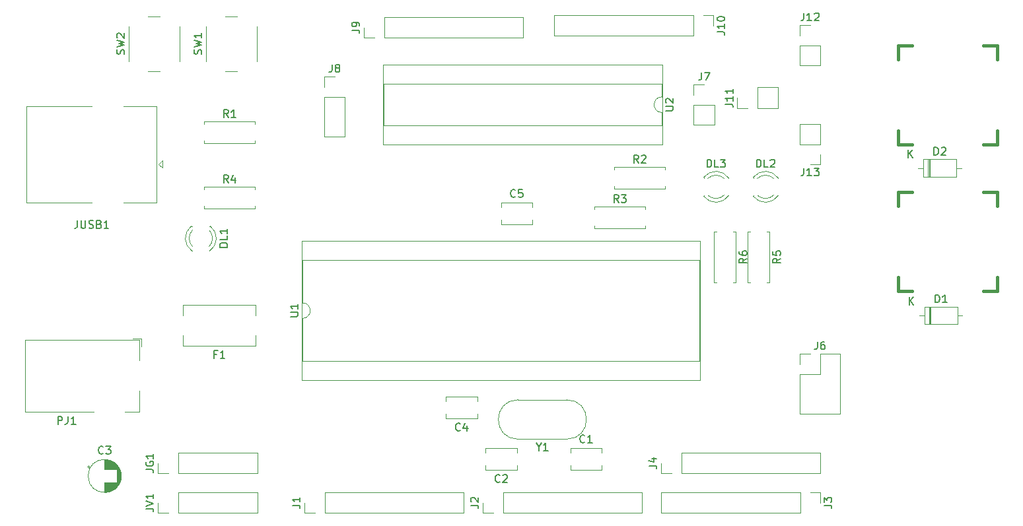
<source format=gbr>
G04 #@! TF.GenerationSoftware,KiCad,Pcbnew,(5.1.4)-1*
G04 #@! TF.CreationDate,2020-01-27T23:12:38+01:00*
G04 #@! TF.ProjectId,hw-tester,68772d74-6573-4746-9572-2e6b69636164,0.1*
G04 #@! TF.SameCoordinates,Original*
G04 #@! TF.FileFunction,Legend,Top*
G04 #@! TF.FilePolarity,Positive*
%FSLAX46Y46*%
G04 Gerber Fmt 4.6, Leading zero omitted, Abs format (unit mm)*
G04 Created by KiCad (PCBNEW (5.1.4)-1) date 2020-01-27 23:12:38*
%MOMM*%
%LPD*%
G04 APERTURE LIST*
%ADD10C,0.120000*%
%ADD11C,0.381000*%
%ADD12C,0.150000*%
G04 APERTURE END LIST*
D10*
X167536000Y-124729000D02*
G75*
G03X167536000Y-129779000I0J-2525000D01*
G01*
X173786000Y-124729000D02*
G75*
G02X173786000Y-129779000I0J-2525000D01*
G01*
X173786000Y-124729000D02*
X167536000Y-124729000D01*
X173786000Y-129779000D02*
X167536000Y-129779000D01*
X186048000Y-92008000D02*
X186048000Y-81728000D01*
X150248000Y-92008000D02*
X186048000Y-92008000D01*
X150248000Y-81728000D02*
X150248000Y-92008000D01*
X186048000Y-81728000D02*
X150248000Y-81728000D01*
X185988000Y-89518000D02*
X185988000Y-87868000D01*
X150308000Y-89518000D02*
X185988000Y-89518000D01*
X150308000Y-84218000D02*
X150308000Y-89518000D01*
X185988000Y-84218000D02*
X150308000Y-84218000D01*
X185988000Y-85868000D02*
X185988000Y-84218000D01*
X185988000Y-87868000D02*
G75*
G02X185988000Y-85868000I0J1000000D01*
G01*
X139834000Y-104334000D02*
X139834000Y-122234000D01*
X190874000Y-104334000D02*
X139834000Y-104334000D01*
X190874000Y-122234000D02*
X190874000Y-104334000D01*
X139834000Y-122234000D02*
X190874000Y-122234000D01*
X139894000Y-106824000D02*
X139894000Y-112284000D01*
X190814000Y-106824000D02*
X139894000Y-106824000D01*
X190814000Y-119744000D02*
X190814000Y-106824000D01*
X139894000Y-119744000D02*
X190814000Y-119744000D01*
X139894000Y-114284000D02*
X139894000Y-119744000D01*
X139894000Y-112284000D02*
G75*
G02X139894000Y-114284000I0J-1000000D01*
G01*
X121618000Y-75546000D02*
X120118000Y-75546000D01*
X117618000Y-76796000D02*
X117618000Y-81296000D01*
X120118000Y-82546000D02*
X121618000Y-82546000D01*
X124118000Y-81296000D02*
X124118000Y-76796000D01*
X131524000Y-75546000D02*
X130024000Y-75546000D01*
X127524000Y-76796000D02*
X127524000Y-81296000D01*
X130024000Y-82546000D02*
X131524000Y-82546000D01*
X134024000Y-81296000D02*
X134024000Y-76796000D01*
X192686000Y-109696000D02*
X193016000Y-109696000D01*
X192686000Y-103156000D02*
X192686000Y-109696000D01*
X193016000Y-103156000D02*
X192686000Y-103156000D01*
X195426000Y-109696000D02*
X195096000Y-109696000D01*
X195426000Y-103156000D02*
X195426000Y-109696000D01*
X195096000Y-103156000D02*
X195426000Y-103156000D01*
X197004000Y-109696000D02*
X197334000Y-109696000D01*
X197004000Y-103156000D02*
X197004000Y-109696000D01*
X197334000Y-103156000D02*
X197004000Y-103156000D01*
X199744000Y-109696000D02*
X199414000Y-109696000D01*
X199744000Y-103156000D02*
X199744000Y-109696000D01*
X199414000Y-103156000D02*
X199744000Y-103156000D01*
X133826000Y-100176000D02*
X133826000Y-99846000D01*
X127286000Y-100176000D02*
X133826000Y-100176000D01*
X127286000Y-99846000D02*
X127286000Y-100176000D01*
X133826000Y-97436000D02*
X133826000Y-97766000D01*
X127286000Y-97436000D02*
X133826000Y-97436000D01*
X127286000Y-97766000D02*
X127286000Y-97436000D01*
X183864000Y-102716000D02*
X183864000Y-102386000D01*
X177324000Y-102716000D02*
X183864000Y-102716000D01*
X177324000Y-102386000D02*
X177324000Y-102716000D01*
X183864000Y-99976000D02*
X183864000Y-100306000D01*
X177324000Y-99976000D02*
X183864000Y-99976000D01*
X177324000Y-100306000D02*
X177324000Y-99976000D01*
X186404000Y-97636000D02*
X186404000Y-97306000D01*
X179864000Y-97636000D02*
X186404000Y-97636000D01*
X179864000Y-97306000D02*
X179864000Y-97636000D01*
X186404000Y-94896000D02*
X186404000Y-95226000D01*
X179864000Y-94896000D02*
X186404000Y-94896000D01*
X179864000Y-95226000D02*
X179864000Y-94896000D01*
X133826000Y-91794000D02*
X133826000Y-91464000D01*
X127286000Y-91794000D02*
X133826000Y-91794000D01*
X127286000Y-91464000D02*
X127286000Y-91794000D01*
X133826000Y-89054000D02*
X133826000Y-89384000D01*
X127286000Y-89054000D02*
X133826000Y-89054000D01*
X127286000Y-89384000D02*
X127286000Y-89054000D01*
X119010000Y-117066000D02*
X119010000Y-119666000D01*
X104310000Y-117066000D02*
X119010000Y-117066000D01*
X119010000Y-126266000D02*
X117110000Y-126266000D01*
X119010000Y-123566000D02*
X119010000Y-126266000D01*
X104310000Y-126266000D02*
X104310000Y-117066000D01*
X113110000Y-126266000D02*
X104310000Y-126266000D01*
X118160000Y-116866000D02*
X119210000Y-116866000D01*
X119210000Y-117916000D02*
X119210000Y-116866000D01*
D11*
X227203000Y-79248000D02*
X228981000Y-79248000D01*
X216281000Y-79248000D02*
X218059000Y-79248000D01*
X216281000Y-81026000D02*
X216281000Y-79248000D01*
X216281000Y-91948000D02*
X216281000Y-90170000D01*
X218059000Y-91948000D02*
X216281000Y-91948000D01*
X228981000Y-91948000D02*
X227203000Y-91948000D01*
X228981000Y-90170000D02*
X228981000Y-91948000D01*
X228981000Y-79248000D02*
X228981000Y-81026000D01*
X227203000Y-98044000D02*
X228981000Y-98044000D01*
X216281000Y-98044000D02*
X218059000Y-98044000D01*
X216281000Y-99822000D02*
X216281000Y-98044000D01*
X216281000Y-110744000D02*
X216281000Y-108966000D01*
X218059000Y-110744000D02*
X216281000Y-110744000D01*
X228981000Y-110744000D02*
X227203000Y-110744000D01*
X228981000Y-108966000D02*
X228981000Y-110744000D01*
X228981000Y-98044000D02*
X228981000Y-99822000D01*
D10*
X121352000Y-139252000D02*
X121352000Y-137922000D01*
X122682000Y-139252000D02*
X121352000Y-139252000D01*
X123952000Y-139252000D02*
X123952000Y-136592000D01*
X123952000Y-136592000D02*
X134172000Y-136592000D01*
X123952000Y-139252000D02*
X134172000Y-139252000D01*
X134172000Y-139252000D02*
X134172000Y-136592000D01*
X121954000Y-93988000D02*
X121454000Y-94488000D01*
X121954000Y-94988000D02*
X121954000Y-93988000D01*
X121454000Y-94488000D02*
X121954000Y-94988000D01*
X104514000Y-87078000D02*
X112874000Y-87078000D01*
X104514000Y-99398000D02*
X104514000Y-87078000D01*
X112874000Y-99398000D02*
X104514000Y-99398000D01*
X121234000Y-87078000D02*
X116974000Y-87078000D01*
X121234000Y-99398000D02*
X121234000Y-87078000D01*
X116974000Y-99398000D02*
X121234000Y-99398000D01*
X121352000Y-134172000D02*
X121352000Y-132842000D01*
X122682000Y-134172000D02*
X121352000Y-134172000D01*
X123952000Y-134172000D02*
X123952000Y-131512000D01*
X123952000Y-131512000D02*
X134172000Y-131512000D01*
X123952000Y-134172000D02*
X134172000Y-134172000D01*
X134172000Y-134172000D02*
X134172000Y-131512000D01*
X206308000Y-94548000D02*
X204978000Y-94548000D01*
X206308000Y-93218000D02*
X206308000Y-94548000D01*
X206308000Y-91948000D02*
X203648000Y-91948000D01*
X203648000Y-91948000D02*
X203648000Y-89348000D01*
X206308000Y-91948000D02*
X206308000Y-89348000D01*
X206308000Y-89348000D02*
X203648000Y-89348000D01*
X203648000Y-76648000D02*
X204978000Y-76648000D01*
X203648000Y-77978000D02*
X203648000Y-76648000D01*
X203648000Y-79248000D02*
X206308000Y-79248000D01*
X206308000Y-79248000D02*
X206308000Y-81848000D01*
X203648000Y-79248000D02*
X203648000Y-81848000D01*
X203648000Y-81848000D02*
X206308000Y-81848000D01*
X195647000Y-87309000D02*
X195647000Y-85979000D01*
X196977000Y-87309000D02*
X195647000Y-87309000D01*
X198247000Y-87309000D02*
X198247000Y-84649000D01*
X198247000Y-84649000D02*
X200847000Y-84649000D01*
X198247000Y-87309000D02*
X200847000Y-87309000D01*
X200847000Y-87309000D02*
X200847000Y-84649000D01*
X192592000Y-75378000D02*
X192592000Y-76708000D01*
X191262000Y-75378000D02*
X192592000Y-75378000D01*
X189992000Y-75378000D02*
X189992000Y-78038000D01*
X189992000Y-78038000D02*
X172152000Y-78038000D01*
X189992000Y-75378000D02*
X172152000Y-75378000D01*
X172152000Y-75378000D02*
X172152000Y-78038000D01*
X147768000Y-78292000D02*
X147768000Y-76962000D01*
X149098000Y-78292000D02*
X147768000Y-78292000D01*
X150368000Y-78292000D02*
X150368000Y-75632000D01*
X150368000Y-75632000D02*
X168208000Y-75632000D01*
X150368000Y-78292000D02*
X168208000Y-78292000D01*
X168208000Y-78292000D02*
X168208000Y-75632000D01*
X142688000Y-83252000D02*
X144018000Y-83252000D01*
X142688000Y-84582000D02*
X142688000Y-83252000D01*
X142688000Y-85852000D02*
X145348000Y-85852000D01*
X145348000Y-85852000D02*
X145348000Y-90992000D01*
X142688000Y-85852000D02*
X142688000Y-90992000D01*
X142688000Y-90992000D02*
X145348000Y-90992000D01*
X190059000Y-84268000D02*
X191389000Y-84268000D01*
X190059000Y-85598000D02*
X190059000Y-84268000D01*
X190059000Y-86868000D02*
X192719000Y-86868000D01*
X192719000Y-86868000D02*
X192719000Y-89468000D01*
X190059000Y-86868000D02*
X190059000Y-89468000D01*
X190059000Y-89468000D02*
X192719000Y-89468000D01*
X203648000Y-118812000D02*
X204978000Y-118812000D01*
X203648000Y-120142000D02*
X203648000Y-118812000D01*
X206248000Y-118812000D02*
X208848000Y-118812000D01*
X206248000Y-121412000D02*
X206248000Y-118812000D01*
X203648000Y-121412000D02*
X206248000Y-121412000D01*
X208848000Y-118812000D02*
X208848000Y-126552000D01*
X203648000Y-121412000D02*
X203648000Y-126552000D01*
X203648000Y-126552000D02*
X208848000Y-126552000D01*
X185868000Y-134172000D02*
X185868000Y-132842000D01*
X187198000Y-134172000D02*
X185868000Y-134172000D01*
X188468000Y-134172000D02*
X188468000Y-131512000D01*
X188468000Y-131512000D02*
X206308000Y-131512000D01*
X188468000Y-134172000D02*
X206308000Y-134172000D01*
X206308000Y-134172000D02*
X206308000Y-131512000D01*
X206308000Y-136592000D02*
X206308000Y-137922000D01*
X204978000Y-136592000D02*
X206308000Y-136592000D01*
X203708000Y-136592000D02*
X203708000Y-139252000D01*
X203708000Y-139252000D02*
X185868000Y-139252000D01*
X203708000Y-136592000D02*
X185868000Y-136592000D01*
X185868000Y-136592000D02*
X185868000Y-139252000D01*
X163008000Y-139252000D02*
X163008000Y-137922000D01*
X164338000Y-139252000D02*
X163008000Y-139252000D01*
X165608000Y-139252000D02*
X165608000Y-136592000D01*
X165608000Y-136592000D02*
X183448000Y-136592000D01*
X165608000Y-139252000D02*
X183448000Y-139252000D01*
X183448000Y-139252000D02*
X183448000Y-136592000D01*
X140148000Y-139252000D02*
X140148000Y-137922000D01*
X141478000Y-139252000D02*
X140148000Y-139252000D01*
X142748000Y-139252000D02*
X142748000Y-136592000D01*
X142748000Y-136592000D02*
X160588000Y-136592000D01*
X142748000Y-139252000D02*
X160588000Y-139252000D01*
X160588000Y-139252000D02*
X160588000Y-136592000D01*
X124619000Y-113933000D02*
X124619000Y-112569000D01*
X124619000Y-117809000D02*
X124619000Y-116445000D01*
X133859000Y-113933000D02*
X133859000Y-112569000D01*
X133859000Y-117809000D02*
X133859000Y-116445000D01*
X133859000Y-112569000D02*
X124619000Y-112569000D01*
X133859000Y-117809000D02*
X124619000Y-117809000D01*
X191353000Y-98489000D02*
X191353000Y-98645000D01*
X191353000Y-96173000D02*
X191353000Y-96329000D01*
X193954130Y-98488837D02*
G75*
G02X191872039Y-98489000I-1041130J1079837D01*
G01*
X193954130Y-96329163D02*
G75*
G03X191872039Y-96329000I-1041130J-1079837D01*
G01*
X194585335Y-98487608D02*
G75*
G02X191353000Y-98644516I-1672335J1078608D01*
G01*
X194585335Y-96330392D02*
G75*
G03X191353000Y-96173484I-1672335J-1078608D01*
G01*
X197703000Y-98489000D02*
X197703000Y-98645000D01*
X197703000Y-96173000D02*
X197703000Y-96329000D01*
X200304130Y-98488837D02*
G75*
G02X198222039Y-98489000I-1041130J1079837D01*
G01*
X200304130Y-96329163D02*
G75*
G03X198222039Y-96329000I-1041130J-1079837D01*
G01*
X200935335Y-98487608D02*
G75*
G02X197703000Y-98644516I-1672335J1078608D01*
G01*
X200935335Y-96330392D02*
G75*
G03X197703000Y-96173484I-1672335J-1078608D01*
G01*
X125793000Y-102453000D02*
X125637000Y-102453000D01*
X128109000Y-102453000D02*
X127953000Y-102453000D01*
X125793163Y-105054130D02*
G75*
G02X125793000Y-102972039I1079837J1041130D01*
G01*
X127952837Y-105054130D02*
G75*
G03X127953000Y-102972039I-1079837J1041130D01*
G01*
X125794392Y-105685335D02*
G75*
G02X125637484Y-102453000I1078608J1672335D01*
G01*
X127951608Y-105685335D02*
G75*
G03X128108516Y-102453000I-1078608J1672335D01*
G01*
X220095000Y-93876000D02*
X220095000Y-96116000D01*
X220335000Y-93876000D02*
X220335000Y-96116000D01*
X220215000Y-93876000D02*
X220215000Y-96116000D01*
X224385000Y-94996000D02*
X223735000Y-94996000D01*
X218845000Y-94996000D02*
X219495000Y-94996000D01*
X223735000Y-93876000D02*
X219495000Y-93876000D01*
X223735000Y-96116000D02*
X223735000Y-93876000D01*
X219495000Y-96116000D02*
X223735000Y-96116000D01*
X219495000Y-93876000D02*
X219495000Y-96116000D01*
X220222000Y-112799000D02*
X220222000Y-115039000D01*
X220462000Y-112799000D02*
X220462000Y-115039000D01*
X220342000Y-112799000D02*
X220342000Y-115039000D01*
X224512000Y-113919000D02*
X223862000Y-113919000D01*
X218972000Y-113919000D02*
X219622000Y-113919000D01*
X223862000Y-112799000D02*
X219622000Y-112799000D01*
X223862000Y-115039000D02*
X223862000Y-112799000D01*
X219622000Y-115039000D02*
X223862000Y-115039000D01*
X219622000Y-112799000D02*
X219622000Y-115039000D01*
X169386000Y-101633000D02*
X169386000Y-102258000D01*
X169386000Y-99418000D02*
X169386000Y-100043000D01*
X165346000Y-101633000D02*
X165346000Y-102258000D01*
X165346000Y-99418000D02*
X165346000Y-100043000D01*
X165346000Y-102258000D02*
X169386000Y-102258000D01*
X165346000Y-99418000D02*
X169386000Y-99418000D01*
X158274000Y-124935000D02*
X158274000Y-124310000D01*
X158274000Y-127150000D02*
X158274000Y-126525000D01*
X162314000Y-124935000D02*
X162314000Y-124310000D01*
X162314000Y-127150000D02*
X162314000Y-126525000D01*
X162314000Y-124310000D02*
X158274000Y-124310000D01*
X162314000Y-127150000D02*
X158274000Y-127150000D01*
X112472199Y-133098000D02*
X112472199Y-133498000D01*
X112272199Y-133298000D02*
X112672199Y-133298000D01*
X116623000Y-134123000D02*
X116623000Y-134863000D01*
X116583000Y-133956000D02*
X116583000Y-135030000D01*
X116543000Y-133829000D02*
X116543000Y-135157000D01*
X116503000Y-133725000D02*
X116503000Y-135261000D01*
X116463000Y-133634000D02*
X116463000Y-135352000D01*
X116423000Y-133553000D02*
X116423000Y-135433000D01*
X116383000Y-133480000D02*
X116383000Y-135506000D01*
X116343000Y-133413000D02*
X116343000Y-135573000D01*
X116303000Y-133351000D02*
X116303000Y-135635000D01*
X116263000Y-133293000D02*
X116263000Y-135693000D01*
X116223000Y-133239000D02*
X116223000Y-135747000D01*
X116183000Y-133189000D02*
X116183000Y-135797000D01*
X116143000Y-133142000D02*
X116143000Y-135844000D01*
X116103000Y-135333000D02*
X116103000Y-135889000D01*
X116103000Y-133097000D02*
X116103000Y-133653000D01*
X116063000Y-135333000D02*
X116063000Y-135931000D01*
X116063000Y-133055000D02*
X116063000Y-133653000D01*
X116023000Y-135333000D02*
X116023000Y-135971000D01*
X116023000Y-133015000D02*
X116023000Y-133653000D01*
X115983000Y-135333000D02*
X115983000Y-136009000D01*
X115983000Y-132977000D02*
X115983000Y-133653000D01*
X115943000Y-135333000D02*
X115943000Y-136045000D01*
X115943000Y-132941000D02*
X115943000Y-133653000D01*
X115903000Y-135333000D02*
X115903000Y-136080000D01*
X115903000Y-132906000D02*
X115903000Y-133653000D01*
X115863000Y-135333000D02*
X115863000Y-136112000D01*
X115863000Y-132874000D02*
X115863000Y-133653000D01*
X115823000Y-135333000D02*
X115823000Y-136143000D01*
X115823000Y-132843000D02*
X115823000Y-133653000D01*
X115783000Y-135333000D02*
X115783000Y-136173000D01*
X115783000Y-132813000D02*
X115783000Y-133653000D01*
X115743000Y-135333000D02*
X115743000Y-136201000D01*
X115743000Y-132785000D02*
X115743000Y-133653000D01*
X115703000Y-135333000D02*
X115703000Y-136228000D01*
X115703000Y-132758000D02*
X115703000Y-133653000D01*
X115663000Y-135333000D02*
X115663000Y-136253000D01*
X115663000Y-132733000D02*
X115663000Y-133653000D01*
X115623000Y-135333000D02*
X115623000Y-136278000D01*
X115623000Y-132708000D02*
X115623000Y-133653000D01*
X115583000Y-135333000D02*
X115583000Y-136301000D01*
X115583000Y-132685000D02*
X115583000Y-133653000D01*
X115543000Y-135333000D02*
X115543000Y-136323000D01*
X115543000Y-132663000D02*
X115543000Y-133653000D01*
X115503000Y-135333000D02*
X115503000Y-136344000D01*
X115503000Y-132642000D02*
X115503000Y-133653000D01*
X115463000Y-135333000D02*
X115463000Y-136363000D01*
X115463000Y-132623000D02*
X115463000Y-133653000D01*
X115423000Y-135333000D02*
X115423000Y-136382000D01*
X115423000Y-132604000D02*
X115423000Y-133653000D01*
X115383000Y-135333000D02*
X115383000Y-136400000D01*
X115383000Y-132586000D02*
X115383000Y-133653000D01*
X115343000Y-135333000D02*
X115343000Y-136417000D01*
X115343000Y-132569000D02*
X115343000Y-133653000D01*
X115303000Y-135333000D02*
X115303000Y-136433000D01*
X115303000Y-132553000D02*
X115303000Y-133653000D01*
X115263000Y-135333000D02*
X115263000Y-136447000D01*
X115263000Y-132539000D02*
X115263000Y-133653000D01*
X115222000Y-135333000D02*
X115222000Y-136461000D01*
X115222000Y-132525000D02*
X115222000Y-133653000D01*
X115182000Y-135333000D02*
X115182000Y-136475000D01*
X115182000Y-132511000D02*
X115182000Y-133653000D01*
X115142000Y-135333000D02*
X115142000Y-136487000D01*
X115142000Y-132499000D02*
X115142000Y-133653000D01*
X115102000Y-135333000D02*
X115102000Y-136498000D01*
X115102000Y-132488000D02*
X115102000Y-133653000D01*
X115062000Y-135333000D02*
X115062000Y-136509000D01*
X115062000Y-132477000D02*
X115062000Y-133653000D01*
X115022000Y-135333000D02*
X115022000Y-136518000D01*
X115022000Y-132468000D02*
X115022000Y-133653000D01*
X114982000Y-135333000D02*
X114982000Y-136527000D01*
X114982000Y-132459000D02*
X114982000Y-133653000D01*
X114942000Y-135333000D02*
X114942000Y-136535000D01*
X114942000Y-132451000D02*
X114942000Y-133653000D01*
X114902000Y-135333000D02*
X114902000Y-136543000D01*
X114902000Y-132443000D02*
X114902000Y-133653000D01*
X114862000Y-135333000D02*
X114862000Y-136549000D01*
X114862000Y-132437000D02*
X114862000Y-133653000D01*
X114822000Y-135333000D02*
X114822000Y-136555000D01*
X114822000Y-132431000D02*
X114822000Y-133653000D01*
X114782000Y-135333000D02*
X114782000Y-136560000D01*
X114782000Y-132426000D02*
X114782000Y-133653000D01*
X114742000Y-135333000D02*
X114742000Y-136564000D01*
X114742000Y-132422000D02*
X114742000Y-133653000D01*
X114702000Y-135333000D02*
X114702000Y-136567000D01*
X114702000Y-132419000D02*
X114702000Y-133653000D01*
X114662000Y-135333000D02*
X114662000Y-136570000D01*
X114662000Y-132416000D02*
X114662000Y-133653000D01*
X114622000Y-132414000D02*
X114622000Y-133653000D01*
X114622000Y-135333000D02*
X114622000Y-136572000D01*
X114582000Y-132413000D02*
X114582000Y-133653000D01*
X114582000Y-135333000D02*
X114582000Y-136573000D01*
X114542000Y-132413000D02*
X114542000Y-133653000D01*
X114542000Y-135333000D02*
X114542000Y-136573000D01*
X116662000Y-134493000D02*
G75*
G03X116662000Y-134493000I-2120000J0D01*
G01*
X163354000Y-131539000D02*
X163354000Y-130914000D01*
X163354000Y-133754000D02*
X163354000Y-133129000D01*
X167394000Y-131539000D02*
X167394000Y-130914000D01*
X167394000Y-133754000D02*
X167394000Y-133129000D01*
X167394000Y-130914000D02*
X163354000Y-130914000D01*
X167394000Y-133754000D02*
X163354000Y-133754000D01*
X178276000Y-133129000D02*
X178276000Y-133754000D01*
X178276000Y-130914000D02*
X178276000Y-131539000D01*
X174236000Y-133129000D02*
X174236000Y-133754000D01*
X174236000Y-130914000D02*
X174236000Y-131539000D01*
X174236000Y-133754000D02*
X178276000Y-133754000D01*
X174236000Y-130914000D02*
X178276000Y-130914000D01*
D12*
X170184809Y-130755190D02*
X170184809Y-131231380D01*
X169851476Y-130231380D02*
X170184809Y-130755190D01*
X170518142Y-130231380D01*
X171375285Y-131231380D02*
X170803857Y-131231380D01*
X171089571Y-131231380D02*
X171089571Y-130231380D01*
X170994333Y-130374238D01*
X170899095Y-130469476D01*
X170803857Y-130517095D01*
X186440380Y-87629904D02*
X187249904Y-87629904D01*
X187345142Y-87582285D01*
X187392761Y-87534666D01*
X187440380Y-87439428D01*
X187440380Y-87248952D01*
X187392761Y-87153714D01*
X187345142Y-87106095D01*
X187249904Y-87058476D01*
X186440380Y-87058476D01*
X186535619Y-86629904D02*
X186488000Y-86582285D01*
X186440380Y-86487047D01*
X186440380Y-86248952D01*
X186488000Y-86153714D01*
X186535619Y-86106095D01*
X186630857Y-86058476D01*
X186726095Y-86058476D01*
X186868952Y-86106095D01*
X187440380Y-86677523D01*
X187440380Y-86058476D01*
X138346380Y-114045904D02*
X139155904Y-114045904D01*
X139251142Y-113998285D01*
X139298761Y-113950666D01*
X139346380Y-113855428D01*
X139346380Y-113664952D01*
X139298761Y-113569714D01*
X139251142Y-113522095D01*
X139155904Y-113474476D01*
X138346380Y-113474476D01*
X139346380Y-112474476D02*
X139346380Y-113045904D01*
X139346380Y-112760190D02*
X138346380Y-112760190D01*
X138489238Y-112855428D01*
X138584476Y-112950666D01*
X138632095Y-113045904D01*
X117022761Y-80379333D02*
X117070380Y-80236476D01*
X117070380Y-79998380D01*
X117022761Y-79903142D01*
X116975142Y-79855523D01*
X116879904Y-79807904D01*
X116784666Y-79807904D01*
X116689428Y-79855523D01*
X116641809Y-79903142D01*
X116594190Y-79998380D01*
X116546571Y-80188857D01*
X116498952Y-80284095D01*
X116451333Y-80331714D01*
X116356095Y-80379333D01*
X116260857Y-80379333D01*
X116165619Y-80331714D01*
X116118000Y-80284095D01*
X116070380Y-80188857D01*
X116070380Y-79950761D01*
X116118000Y-79807904D01*
X116070380Y-79474571D02*
X117070380Y-79236476D01*
X116356095Y-79046000D01*
X117070380Y-78855523D01*
X116070380Y-78617428D01*
X116165619Y-78284095D02*
X116118000Y-78236476D01*
X116070380Y-78141238D01*
X116070380Y-77903142D01*
X116118000Y-77807904D01*
X116165619Y-77760285D01*
X116260857Y-77712666D01*
X116356095Y-77712666D01*
X116498952Y-77760285D01*
X117070380Y-78331714D01*
X117070380Y-77712666D01*
X126928761Y-80379333D02*
X126976380Y-80236476D01*
X126976380Y-79998380D01*
X126928761Y-79903142D01*
X126881142Y-79855523D01*
X126785904Y-79807904D01*
X126690666Y-79807904D01*
X126595428Y-79855523D01*
X126547809Y-79903142D01*
X126500190Y-79998380D01*
X126452571Y-80188857D01*
X126404952Y-80284095D01*
X126357333Y-80331714D01*
X126262095Y-80379333D01*
X126166857Y-80379333D01*
X126071619Y-80331714D01*
X126024000Y-80284095D01*
X125976380Y-80188857D01*
X125976380Y-79950761D01*
X126024000Y-79807904D01*
X125976380Y-79474571D02*
X126976380Y-79236476D01*
X126262095Y-79046000D01*
X126976380Y-78855523D01*
X125976380Y-78617428D01*
X126976380Y-77712666D02*
X126976380Y-78284095D01*
X126976380Y-77998380D02*
X125976380Y-77998380D01*
X126119238Y-78093619D01*
X126214476Y-78188857D01*
X126262095Y-78284095D01*
X196878380Y-106592666D02*
X196402190Y-106926000D01*
X196878380Y-107164095D02*
X195878380Y-107164095D01*
X195878380Y-106783142D01*
X195926000Y-106687904D01*
X195973619Y-106640285D01*
X196068857Y-106592666D01*
X196211714Y-106592666D01*
X196306952Y-106640285D01*
X196354571Y-106687904D01*
X196402190Y-106783142D01*
X196402190Y-107164095D01*
X195878380Y-105735523D02*
X195878380Y-105926000D01*
X195926000Y-106021238D01*
X195973619Y-106068857D01*
X196116476Y-106164095D01*
X196306952Y-106211714D01*
X196687904Y-106211714D01*
X196783142Y-106164095D01*
X196830761Y-106116476D01*
X196878380Y-106021238D01*
X196878380Y-105830761D01*
X196830761Y-105735523D01*
X196783142Y-105687904D01*
X196687904Y-105640285D01*
X196449809Y-105640285D01*
X196354571Y-105687904D01*
X196306952Y-105735523D01*
X196259333Y-105830761D01*
X196259333Y-106021238D01*
X196306952Y-106116476D01*
X196354571Y-106164095D01*
X196449809Y-106211714D01*
X201196380Y-106592666D02*
X200720190Y-106926000D01*
X201196380Y-107164095D02*
X200196380Y-107164095D01*
X200196380Y-106783142D01*
X200244000Y-106687904D01*
X200291619Y-106640285D01*
X200386857Y-106592666D01*
X200529714Y-106592666D01*
X200624952Y-106640285D01*
X200672571Y-106687904D01*
X200720190Y-106783142D01*
X200720190Y-107164095D01*
X200196380Y-105687904D02*
X200196380Y-106164095D01*
X200672571Y-106211714D01*
X200624952Y-106164095D01*
X200577333Y-106068857D01*
X200577333Y-105830761D01*
X200624952Y-105735523D01*
X200672571Y-105687904D01*
X200767809Y-105640285D01*
X201005904Y-105640285D01*
X201101142Y-105687904D01*
X201148761Y-105735523D01*
X201196380Y-105830761D01*
X201196380Y-106068857D01*
X201148761Y-106164095D01*
X201101142Y-106211714D01*
X130389333Y-96888380D02*
X130056000Y-96412190D01*
X129817904Y-96888380D02*
X129817904Y-95888380D01*
X130198857Y-95888380D01*
X130294095Y-95936000D01*
X130341714Y-95983619D01*
X130389333Y-96078857D01*
X130389333Y-96221714D01*
X130341714Y-96316952D01*
X130294095Y-96364571D01*
X130198857Y-96412190D01*
X129817904Y-96412190D01*
X131246476Y-96221714D02*
X131246476Y-96888380D01*
X131008380Y-95840761D02*
X130770285Y-96555047D01*
X131389333Y-96555047D01*
X180427333Y-99428380D02*
X180094000Y-98952190D01*
X179855904Y-99428380D02*
X179855904Y-98428380D01*
X180236857Y-98428380D01*
X180332095Y-98476000D01*
X180379714Y-98523619D01*
X180427333Y-98618857D01*
X180427333Y-98761714D01*
X180379714Y-98856952D01*
X180332095Y-98904571D01*
X180236857Y-98952190D01*
X179855904Y-98952190D01*
X180760666Y-98428380D02*
X181379714Y-98428380D01*
X181046380Y-98809333D01*
X181189238Y-98809333D01*
X181284476Y-98856952D01*
X181332095Y-98904571D01*
X181379714Y-98999809D01*
X181379714Y-99237904D01*
X181332095Y-99333142D01*
X181284476Y-99380761D01*
X181189238Y-99428380D01*
X180903523Y-99428380D01*
X180808285Y-99380761D01*
X180760666Y-99333142D01*
X182967333Y-94348380D02*
X182634000Y-93872190D01*
X182395904Y-94348380D02*
X182395904Y-93348380D01*
X182776857Y-93348380D01*
X182872095Y-93396000D01*
X182919714Y-93443619D01*
X182967333Y-93538857D01*
X182967333Y-93681714D01*
X182919714Y-93776952D01*
X182872095Y-93824571D01*
X182776857Y-93872190D01*
X182395904Y-93872190D01*
X183348285Y-93443619D02*
X183395904Y-93396000D01*
X183491142Y-93348380D01*
X183729238Y-93348380D01*
X183824476Y-93396000D01*
X183872095Y-93443619D01*
X183919714Y-93538857D01*
X183919714Y-93634095D01*
X183872095Y-93776952D01*
X183300666Y-94348380D01*
X183919714Y-94348380D01*
X130389333Y-88506380D02*
X130056000Y-88030190D01*
X129817904Y-88506380D02*
X129817904Y-87506380D01*
X130198857Y-87506380D01*
X130294095Y-87554000D01*
X130341714Y-87601619D01*
X130389333Y-87696857D01*
X130389333Y-87839714D01*
X130341714Y-87934952D01*
X130294095Y-87982571D01*
X130198857Y-88030190D01*
X129817904Y-88030190D01*
X131341714Y-88506380D02*
X130770285Y-88506380D01*
X131056000Y-88506380D02*
X131056000Y-87506380D01*
X130960761Y-87649238D01*
X130865523Y-87744476D01*
X130770285Y-87792095D01*
X108540952Y-127868380D02*
X108540952Y-126868380D01*
X108921904Y-126868380D01*
X109017142Y-126916000D01*
X109064761Y-126963619D01*
X109112380Y-127058857D01*
X109112380Y-127201714D01*
X109064761Y-127296952D01*
X109017142Y-127344571D01*
X108921904Y-127392190D01*
X108540952Y-127392190D01*
X109826666Y-126868380D02*
X109826666Y-127582666D01*
X109779047Y-127725523D01*
X109683809Y-127820761D01*
X109540952Y-127868380D01*
X109445714Y-127868380D01*
X110826666Y-127868380D02*
X110255238Y-127868380D01*
X110540952Y-127868380D02*
X110540952Y-126868380D01*
X110445714Y-127011238D01*
X110350476Y-127106476D01*
X110255238Y-127154095D01*
X119804380Y-138683904D02*
X120518666Y-138683904D01*
X120661523Y-138731523D01*
X120756761Y-138826761D01*
X120804380Y-138969619D01*
X120804380Y-139064857D01*
X119804380Y-138350571D02*
X120804380Y-138017238D01*
X119804380Y-137683904D01*
X120804380Y-136826761D02*
X120804380Y-137398190D01*
X120804380Y-137112476D02*
X119804380Y-137112476D01*
X119947238Y-137207714D01*
X120042476Y-137302952D01*
X120090095Y-137398190D01*
X111040666Y-101710380D02*
X111040666Y-102424666D01*
X110993047Y-102567523D01*
X110897809Y-102662761D01*
X110754952Y-102710380D01*
X110659714Y-102710380D01*
X111516857Y-101710380D02*
X111516857Y-102519904D01*
X111564476Y-102615142D01*
X111612095Y-102662761D01*
X111707333Y-102710380D01*
X111897809Y-102710380D01*
X111993047Y-102662761D01*
X112040666Y-102615142D01*
X112088285Y-102519904D01*
X112088285Y-101710380D01*
X112516857Y-102662761D02*
X112659714Y-102710380D01*
X112897809Y-102710380D01*
X112993047Y-102662761D01*
X113040666Y-102615142D01*
X113088285Y-102519904D01*
X113088285Y-102424666D01*
X113040666Y-102329428D01*
X112993047Y-102281809D01*
X112897809Y-102234190D01*
X112707333Y-102186571D01*
X112612095Y-102138952D01*
X112564476Y-102091333D01*
X112516857Y-101996095D01*
X112516857Y-101900857D01*
X112564476Y-101805619D01*
X112612095Y-101758000D01*
X112707333Y-101710380D01*
X112945428Y-101710380D01*
X113088285Y-101758000D01*
X113850190Y-102186571D02*
X113993047Y-102234190D01*
X114040666Y-102281809D01*
X114088285Y-102377047D01*
X114088285Y-102519904D01*
X114040666Y-102615142D01*
X113993047Y-102662761D01*
X113897809Y-102710380D01*
X113516857Y-102710380D01*
X113516857Y-101710380D01*
X113850190Y-101710380D01*
X113945428Y-101758000D01*
X113993047Y-101805619D01*
X114040666Y-101900857D01*
X114040666Y-101996095D01*
X113993047Y-102091333D01*
X113945428Y-102138952D01*
X113850190Y-102186571D01*
X113516857Y-102186571D01*
X115040666Y-102710380D02*
X114469238Y-102710380D01*
X114754952Y-102710380D02*
X114754952Y-101710380D01*
X114659714Y-101853238D01*
X114564476Y-101948476D01*
X114469238Y-101996095D01*
X119804380Y-133675333D02*
X120518666Y-133675333D01*
X120661523Y-133722952D01*
X120756761Y-133818190D01*
X120804380Y-133961047D01*
X120804380Y-134056285D01*
X119852000Y-132675333D02*
X119804380Y-132770571D01*
X119804380Y-132913428D01*
X119852000Y-133056285D01*
X119947238Y-133151523D01*
X120042476Y-133199142D01*
X120232952Y-133246761D01*
X120375809Y-133246761D01*
X120566285Y-133199142D01*
X120661523Y-133151523D01*
X120756761Y-133056285D01*
X120804380Y-132913428D01*
X120804380Y-132818190D01*
X120756761Y-132675333D01*
X120709142Y-132627714D01*
X120375809Y-132627714D01*
X120375809Y-132818190D01*
X120804380Y-131675333D02*
X120804380Y-132246761D01*
X120804380Y-131961047D02*
X119804380Y-131961047D01*
X119947238Y-132056285D01*
X120042476Y-132151523D01*
X120090095Y-132246761D01*
X204168476Y-95000380D02*
X204168476Y-95714666D01*
X204120857Y-95857523D01*
X204025619Y-95952761D01*
X203882761Y-96000380D01*
X203787523Y-96000380D01*
X205168476Y-96000380D02*
X204597047Y-96000380D01*
X204882761Y-96000380D02*
X204882761Y-95000380D01*
X204787523Y-95143238D01*
X204692285Y-95238476D01*
X204597047Y-95286095D01*
X205501809Y-95000380D02*
X206120857Y-95000380D01*
X205787523Y-95381333D01*
X205930380Y-95381333D01*
X206025619Y-95428952D01*
X206073238Y-95476571D01*
X206120857Y-95571809D01*
X206120857Y-95809904D01*
X206073238Y-95905142D01*
X206025619Y-95952761D01*
X205930380Y-96000380D01*
X205644666Y-96000380D01*
X205549428Y-95952761D01*
X205501809Y-95905142D01*
X204168476Y-75100380D02*
X204168476Y-75814666D01*
X204120857Y-75957523D01*
X204025619Y-76052761D01*
X203882761Y-76100380D01*
X203787523Y-76100380D01*
X205168476Y-76100380D02*
X204597047Y-76100380D01*
X204882761Y-76100380D02*
X204882761Y-75100380D01*
X204787523Y-75243238D01*
X204692285Y-75338476D01*
X204597047Y-75386095D01*
X205549428Y-75195619D02*
X205597047Y-75148000D01*
X205692285Y-75100380D01*
X205930380Y-75100380D01*
X206025619Y-75148000D01*
X206073238Y-75195619D01*
X206120857Y-75290857D01*
X206120857Y-75386095D01*
X206073238Y-75528952D01*
X205501809Y-76100380D01*
X206120857Y-76100380D01*
X194099380Y-86788523D02*
X194813666Y-86788523D01*
X194956523Y-86836142D01*
X195051761Y-86931380D01*
X195099380Y-87074238D01*
X195099380Y-87169476D01*
X195099380Y-85788523D02*
X195099380Y-86359952D01*
X195099380Y-86074238D02*
X194099380Y-86074238D01*
X194242238Y-86169476D01*
X194337476Y-86264714D01*
X194385095Y-86359952D01*
X195099380Y-84836142D02*
X195099380Y-85407571D01*
X195099380Y-85121857D02*
X194099380Y-85121857D01*
X194242238Y-85217095D01*
X194337476Y-85312333D01*
X194385095Y-85407571D01*
X193044380Y-77517523D02*
X193758666Y-77517523D01*
X193901523Y-77565142D01*
X193996761Y-77660380D01*
X194044380Y-77803238D01*
X194044380Y-77898476D01*
X194044380Y-76517523D02*
X194044380Y-77088952D01*
X194044380Y-76803238D02*
X193044380Y-76803238D01*
X193187238Y-76898476D01*
X193282476Y-76993714D01*
X193330095Y-77088952D01*
X193044380Y-75898476D02*
X193044380Y-75803238D01*
X193092000Y-75708000D01*
X193139619Y-75660380D01*
X193234857Y-75612761D01*
X193425333Y-75565142D01*
X193663428Y-75565142D01*
X193853904Y-75612761D01*
X193949142Y-75660380D01*
X193996761Y-75708000D01*
X194044380Y-75803238D01*
X194044380Y-75898476D01*
X193996761Y-75993714D01*
X193949142Y-76041333D01*
X193853904Y-76088952D01*
X193663428Y-76136571D01*
X193425333Y-76136571D01*
X193234857Y-76088952D01*
X193139619Y-76041333D01*
X193092000Y-75993714D01*
X193044380Y-75898476D01*
X146220380Y-77295333D02*
X146934666Y-77295333D01*
X147077523Y-77342952D01*
X147172761Y-77438190D01*
X147220380Y-77581047D01*
X147220380Y-77676285D01*
X147220380Y-76771523D02*
X147220380Y-76581047D01*
X147172761Y-76485809D01*
X147125142Y-76438190D01*
X146982285Y-76342952D01*
X146791809Y-76295333D01*
X146410857Y-76295333D01*
X146315619Y-76342952D01*
X146268000Y-76390571D01*
X146220380Y-76485809D01*
X146220380Y-76676285D01*
X146268000Y-76771523D01*
X146315619Y-76819142D01*
X146410857Y-76866761D01*
X146648952Y-76866761D01*
X146744190Y-76819142D01*
X146791809Y-76771523D01*
X146839428Y-76676285D01*
X146839428Y-76485809D01*
X146791809Y-76390571D01*
X146744190Y-76342952D01*
X146648952Y-76295333D01*
X143684666Y-81704380D02*
X143684666Y-82418666D01*
X143637047Y-82561523D01*
X143541809Y-82656761D01*
X143398952Y-82704380D01*
X143303714Y-82704380D01*
X144303714Y-82132952D02*
X144208476Y-82085333D01*
X144160857Y-82037714D01*
X144113238Y-81942476D01*
X144113238Y-81894857D01*
X144160857Y-81799619D01*
X144208476Y-81752000D01*
X144303714Y-81704380D01*
X144494190Y-81704380D01*
X144589428Y-81752000D01*
X144637047Y-81799619D01*
X144684666Y-81894857D01*
X144684666Y-81942476D01*
X144637047Y-82037714D01*
X144589428Y-82085333D01*
X144494190Y-82132952D01*
X144303714Y-82132952D01*
X144208476Y-82180571D01*
X144160857Y-82228190D01*
X144113238Y-82323428D01*
X144113238Y-82513904D01*
X144160857Y-82609142D01*
X144208476Y-82656761D01*
X144303714Y-82704380D01*
X144494190Y-82704380D01*
X144589428Y-82656761D01*
X144637047Y-82609142D01*
X144684666Y-82513904D01*
X144684666Y-82323428D01*
X144637047Y-82228190D01*
X144589428Y-82180571D01*
X144494190Y-82132952D01*
X191055666Y-82720380D02*
X191055666Y-83434666D01*
X191008047Y-83577523D01*
X190912809Y-83672761D01*
X190769952Y-83720380D01*
X190674714Y-83720380D01*
X191436619Y-82720380D02*
X192103285Y-82720380D01*
X191674714Y-83720380D01*
X205914666Y-117264380D02*
X205914666Y-117978666D01*
X205867047Y-118121523D01*
X205771809Y-118216761D01*
X205628952Y-118264380D01*
X205533714Y-118264380D01*
X206819428Y-117264380D02*
X206628952Y-117264380D01*
X206533714Y-117312000D01*
X206486095Y-117359619D01*
X206390857Y-117502476D01*
X206343238Y-117692952D01*
X206343238Y-118073904D01*
X206390857Y-118169142D01*
X206438476Y-118216761D01*
X206533714Y-118264380D01*
X206724190Y-118264380D01*
X206819428Y-118216761D01*
X206867047Y-118169142D01*
X206914666Y-118073904D01*
X206914666Y-117835809D01*
X206867047Y-117740571D01*
X206819428Y-117692952D01*
X206724190Y-117645333D01*
X206533714Y-117645333D01*
X206438476Y-117692952D01*
X206390857Y-117740571D01*
X206343238Y-117835809D01*
X184320380Y-133175333D02*
X185034666Y-133175333D01*
X185177523Y-133222952D01*
X185272761Y-133318190D01*
X185320380Y-133461047D01*
X185320380Y-133556285D01*
X184653714Y-132270571D02*
X185320380Y-132270571D01*
X184272761Y-132508666D02*
X184987047Y-132746761D01*
X184987047Y-132127714D01*
X206760380Y-138255333D02*
X207474666Y-138255333D01*
X207617523Y-138302952D01*
X207712761Y-138398190D01*
X207760380Y-138541047D01*
X207760380Y-138636285D01*
X206760380Y-137874380D02*
X206760380Y-137255333D01*
X207141333Y-137588666D01*
X207141333Y-137445809D01*
X207188952Y-137350571D01*
X207236571Y-137302952D01*
X207331809Y-137255333D01*
X207569904Y-137255333D01*
X207665142Y-137302952D01*
X207712761Y-137350571D01*
X207760380Y-137445809D01*
X207760380Y-137731523D01*
X207712761Y-137826761D01*
X207665142Y-137874380D01*
X161460380Y-138255333D02*
X162174666Y-138255333D01*
X162317523Y-138302952D01*
X162412761Y-138398190D01*
X162460380Y-138541047D01*
X162460380Y-138636285D01*
X161555619Y-137826761D02*
X161508000Y-137779142D01*
X161460380Y-137683904D01*
X161460380Y-137445809D01*
X161508000Y-137350571D01*
X161555619Y-137302952D01*
X161650857Y-137255333D01*
X161746095Y-137255333D01*
X161888952Y-137302952D01*
X162460380Y-137874380D01*
X162460380Y-137255333D01*
X138600380Y-138255333D02*
X139314666Y-138255333D01*
X139457523Y-138302952D01*
X139552761Y-138398190D01*
X139600380Y-138541047D01*
X139600380Y-138636285D01*
X139600380Y-137255333D02*
X139600380Y-137826761D01*
X139600380Y-137541047D02*
X138600380Y-137541047D01*
X138743238Y-137636285D01*
X138838476Y-137731523D01*
X138886095Y-137826761D01*
X128905666Y-118867571D02*
X128572333Y-118867571D01*
X128572333Y-119391380D02*
X128572333Y-118391380D01*
X129048523Y-118391380D01*
X129953285Y-119391380D02*
X129381857Y-119391380D01*
X129667571Y-119391380D02*
X129667571Y-118391380D01*
X129572333Y-118534238D01*
X129477095Y-118629476D01*
X129381857Y-118677095D01*
X191770142Y-94901380D02*
X191770142Y-93901380D01*
X192008238Y-93901380D01*
X192151095Y-93949000D01*
X192246333Y-94044238D01*
X192293952Y-94139476D01*
X192341571Y-94329952D01*
X192341571Y-94472809D01*
X192293952Y-94663285D01*
X192246333Y-94758523D01*
X192151095Y-94853761D01*
X192008238Y-94901380D01*
X191770142Y-94901380D01*
X193246333Y-94901380D02*
X192770142Y-94901380D01*
X192770142Y-93901380D01*
X193484428Y-93901380D02*
X194103476Y-93901380D01*
X193770142Y-94282333D01*
X193913000Y-94282333D01*
X194008238Y-94329952D01*
X194055857Y-94377571D01*
X194103476Y-94472809D01*
X194103476Y-94710904D01*
X194055857Y-94806142D01*
X194008238Y-94853761D01*
X193913000Y-94901380D01*
X193627285Y-94901380D01*
X193532047Y-94853761D01*
X193484428Y-94806142D01*
X198120142Y-94901380D02*
X198120142Y-93901380D01*
X198358238Y-93901380D01*
X198501095Y-93949000D01*
X198596333Y-94044238D01*
X198643952Y-94139476D01*
X198691571Y-94329952D01*
X198691571Y-94472809D01*
X198643952Y-94663285D01*
X198596333Y-94758523D01*
X198501095Y-94853761D01*
X198358238Y-94901380D01*
X198120142Y-94901380D01*
X199596333Y-94901380D02*
X199120142Y-94901380D01*
X199120142Y-93901380D01*
X199882047Y-93996619D02*
X199929666Y-93949000D01*
X200024904Y-93901380D01*
X200263000Y-93901380D01*
X200358238Y-93949000D01*
X200405857Y-93996619D01*
X200453476Y-94091857D01*
X200453476Y-94187095D01*
X200405857Y-94329952D01*
X199834428Y-94901380D01*
X200453476Y-94901380D01*
X130285380Y-105155857D02*
X129285380Y-105155857D01*
X129285380Y-104917761D01*
X129333000Y-104774904D01*
X129428238Y-104679666D01*
X129523476Y-104632047D01*
X129713952Y-104584428D01*
X129856809Y-104584428D01*
X130047285Y-104632047D01*
X130142523Y-104679666D01*
X130237761Y-104774904D01*
X130285380Y-104917761D01*
X130285380Y-105155857D01*
X130285380Y-103679666D02*
X130285380Y-104155857D01*
X129285380Y-104155857D01*
X130285380Y-102822523D02*
X130285380Y-103393952D01*
X130285380Y-103108238D02*
X129285380Y-103108238D01*
X129428238Y-103203476D01*
X129523476Y-103298714D01*
X129571095Y-103393952D01*
X220876904Y-93328380D02*
X220876904Y-92328380D01*
X221115000Y-92328380D01*
X221257857Y-92376000D01*
X221353095Y-92471238D01*
X221400714Y-92566476D01*
X221448333Y-92756952D01*
X221448333Y-92899809D01*
X221400714Y-93090285D01*
X221353095Y-93185523D01*
X221257857Y-93280761D01*
X221115000Y-93328380D01*
X220876904Y-93328380D01*
X221829285Y-92423619D02*
X221876904Y-92376000D01*
X221972142Y-92328380D01*
X222210238Y-92328380D01*
X222305476Y-92376000D01*
X222353095Y-92423619D01*
X222400714Y-92518857D01*
X222400714Y-92614095D01*
X222353095Y-92756952D01*
X221781666Y-93328380D01*
X222400714Y-93328380D01*
X217543095Y-93648380D02*
X217543095Y-92648380D01*
X218114523Y-93648380D02*
X217685952Y-93076952D01*
X218114523Y-92648380D02*
X217543095Y-93219809D01*
X221003904Y-112251380D02*
X221003904Y-111251380D01*
X221242000Y-111251380D01*
X221384857Y-111299000D01*
X221480095Y-111394238D01*
X221527714Y-111489476D01*
X221575333Y-111679952D01*
X221575333Y-111822809D01*
X221527714Y-112013285D01*
X221480095Y-112108523D01*
X221384857Y-112203761D01*
X221242000Y-112251380D01*
X221003904Y-112251380D01*
X222527714Y-112251380D02*
X221956285Y-112251380D01*
X222242000Y-112251380D02*
X222242000Y-111251380D01*
X222146761Y-111394238D01*
X222051523Y-111489476D01*
X221956285Y-111537095D01*
X217670095Y-112571380D02*
X217670095Y-111571380D01*
X218241523Y-112571380D02*
X217812952Y-111999952D01*
X218241523Y-111571380D02*
X217670095Y-112142809D01*
X167199333Y-98645142D02*
X167151714Y-98692761D01*
X167008857Y-98740380D01*
X166913619Y-98740380D01*
X166770761Y-98692761D01*
X166675523Y-98597523D01*
X166627904Y-98502285D01*
X166580285Y-98311809D01*
X166580285Y-98168952D01*
X166627904Y-97978476D01*
X166675523Y-97883238D01*
X166770761Y-97788000D01*
X166913619Y-97740380D01*
X167008857Y-97740380D01*
X167151714Y-97788000D01*
X167199333Y-97835619D01*
X168104095Y-97740380D02*
X167627904Y-97740380D01*
X167580285Y-98216571D01*
X167627904Y-98168952D01*
X167723142Y-98121333D01*
X167961238Y-98121333D01*
X168056476Y-98168952D01*
X168104095Y-98216571D01*
X168151714Y-98311809D01*
X168151714Y-98549904D01*
X168104095Y-98645142D01*
X168056476Y-98692761D01*
X167961238Y-98740380D01*
X167723142Y-98740380D01*
X167627904Y-98692761D01*
X167580285Y-98645142D01*
X160127333Y-128637142D02*
X160079714Y-128684761D01*
X159936857Y-128732380D01*
X159841619Y-128732380D01*
X159698761Y-128684761D01*
X159603523Y-128589523D01*
X159555904Y-128494285D01*
X159508285Y-128303809D01*
X159508285Y-128160952D01*
X159555904Y-127970476D01*
X159603523Y-127875238D01*
X159698761Y-127780000D01*
X159841619Y-127732380D01*
X159936857Y-127732380D01*
X160079714Y-127780000D01*
X160127333Y-127827619D01*
X160984476Y-128065714D02*
X160984476Y-128732380D01*
X160746380Y-127684761D02*
X160508285Y-128399047D01*
X161127333Y-128399047D01*
X114375333Y-131600142D02*
X114327714Y-131647761D01*
X114184857Y-131695380D01*
X114089619Y-131695380D01*
X113946761Y-131647761D01*
X113851523Y-131552523D01*
X113803904Y-131457285D01*
X113756285Y-131266809D01*
X113756285Y-131123952D01*
X113803904Y-130933476D01*
X113851523Y-130838238D01*
X113946761Y-130743000D01*
X114089619Y-130695380D01*
X114184857Y-130695380D01*
X114327714Y-130743000D01*
X114375333Y-130790619D01*
X114708666Y-130695380D02*
X115327714Y-130695380D01*
X114994380Y-131076333D01*
X115137238Y-131076333D01*
X115232476Y-131123952D01*
X115280095Y-131171571D01*
X115327714Y-131266809D01*
X115327714Y-131504904D01*
X115280095Y-131600142D01*
X115232476Y-131647761D01*
X115137238Y-131695380D01*
X114851523Y-131695380D01*
X114756285Y-131647761D01*
X114708666Y-131600142D01*
X165207333Y-135241142D02*
X165159714Y-135288761D01*
X165016857Y-135336380D01*
X164921619Y-135336380D01*
X164778761Y-135288761D01*
X164683523Y-135193523D01*
X164635904Y-135098285D01*
X164588285Y-134907809D01*
X164588285Y-134764952D01*
X164635904Y-134574476D01*
X164683523Y-134479238D01*
X164778761Y-134384000D01*
X164921619Y-134336380D01*
X165016857Y-134336380D01*
X165159714Y-134384000D01*
X165207333Y-134431619D01*
X165588285Y-134431619D02*
X165635904Y-134384000D01*
X165731142Y-134336380D01*
X165969238Y-134336380D01*
X166064476Y-134384000D01*
X166112095Y-134431619D01*
X166159714Y-134526857D01*
X166159714Y-134622095D01*
X166112095Y-134764952D01*
X165540666Y-135336380D01*
X166159714Y-135336380D01*
X176089333Y-130141142D02*
X176041714Y-130188761D01*
X175898857Y-130236380D01*
X175803619Y-130236380D01*
X175660761Y-130188761D01*
X175565523Y-130093523D01*
X175517904Y-129998285D01*
X175470285Y-129807809D01*
X175470285Y-129664952D01*
X175517904Y-129474476D01*
X175565523Y-129379238D01*
X175660761Y-129284000D01*
X175803619Y-129236380D01*
X175898857Y-129236380D01*
X176041714Y-129284000D01*
X176089333Y-129331619D01*
X177041714Y-130236380D02*
X176470285Y-130236380D01*
X176756000Y-130236380D02*
X176756000Y-129236380D01*
X176660761Y-129379238D01*
X176565523Y-129474476D01*
X176470285Y-129522095D01*
M02*

</source>
